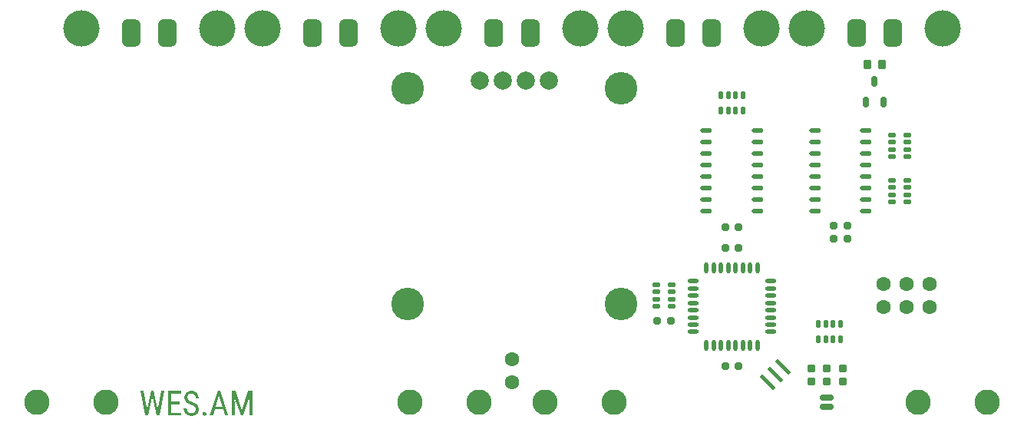
<source format=gts>
G04*
G04 #@! TF.GenerationSoftware,Altium Limited,Altium Designer,18.0.7 (293)*
G04*
G04 Layer_Color=8388736*
%FSLAX25Y25*%
%MOIN*%
G70*
G01*
G75*
G04:AMPARAMS|DCode=20|XSize=23.62mil|YSize=45.28mil|CornerRadius=5.91mil|HoleSize=0mil|Usage=FLASHONLY|Rotation=180.000|XOffset=0mil|YOffset=0mil|HoleType=Round|Shape=RoundedRectangle|*
%AMROUNDEDRECTD20*
21,1,0.02362,0.03347,0,0,180.0*
21,1,0.01181,0.04528,0,0,180.0*
1,1,0.01181,-0.00591,0.01673*
1,1,0.01181,0.00591,0.01673*
1,1,0.01181,0.00591,-0.01673*
1,1,0.01181,-0.00591,-0.01673*
%
%ADD20ROUNDEDRECTD20*%
G04:AMPARAMS|DCode=21|XSize=118.11mil|YSize=78.74mil|CornerRadius=19.68mil|HoleSize=0mil|Usage=FLASHONLY|Rotation=270.000|XOffset=0mil|YOffset=0mil|HoleType=Round|Shape=RoundedRectangle|*
%AMROUNDEDRECTD21*
21,1,0.11811,0.03937,0,0,270.0*
21,1,0.07874,0.07874,0,0,270.0*
1,1,0.03937,-0.01968,-0.03937*
1,1,0.03937,-0.01968,0.03937*
1,1,0.03937,0.01968,0.03937*
1,1,0.03937,0.01968,-0.03937*
%
%ADD21ROUNDEDRECTD21*%
G04:AMPARAMS|DCode=22|XSize=31.5mil|YSize=31.5mil|CornerRadius=7.87mil|HoleSize=0mil|Usage=FLASHONLY|Rotation=270.000|XOffset=0mil|YOffset=0mil|HoleType=Round|Shape=RoundedRectangle|*
%AMROUNDEDRECTD22*
21,1,0.03150,0.01575,0,0,270.0*
21,1,0.01575,0.03150,0,0,270.0*
1,1,0.01575,-0.00787,-0.00787*
1,1,0.01575,-0.00787,0.00787*
1,1,0.01575,0.00787,0.00787*
1,1,0.01575,0.00787,-0.00787*
%
%ADD22ROUNDEDRECTD22*%
G04:AMPARAMS|DCode=25|XSize=17.72mil|YSize=35.43mil|CornerRadius=4.43mil|HoleSize=0mil|Usage=FLASHONLY|Rotation=0.000|XOffset=0mil|YOffset=0mil|HoleType=Round|Shape=RoundedRectangle|*
%AMROUNDEDRECTD25*
21,1,0.01772,0.02657,0,0,0.0*
21,1,0.00886,0.03543,0,0,0.0*
1,1,0.00886,0.00443,-0.01329*
1,1,0.00886,-0.00443,-0.01329*
1,1,0.00886,-0.00443,0.01329*
1,1,0.00886,0.00443,0.01329*
%
%ADD25ROUNDEDRECTD25*%
G04:AMPARAMS|DCode=26|XSize=31.5mil|YSize=31.5mil|CornerRadius=4.72mil|HoleSize=0mil|Usage=FLASHONLY|Rotation=0.000|XOffset=0mil|YOffset=0mil|HoleType=Round|Shape=RoundedRectangle|*
%AMROUNDEDRECTD26*
21,1,0.03150,0.02205,0,0,0.0*
21,1,0.02205,0.03150,0,0,0.0*
1,1,0.00945,0.01102,-0.01102*
1,1,0.00945,-0.01102,-0.01102*
1,1,0.00945,-0.01102,0.01102*
1,1,0.00945,0.01102,0.01102*
%
%ADD26ROUNDEDRECTD26*%
G04:AMPARAMS|DCode=27|XSize=17.72mil|YSize=35.43mil|CornerRadius=4.43mil|HoleSize=0mil|Usage=FLASHONLY|Rotation=270.000|XOffset=0mil|YOffset=0mil|HoleType=Round|Shape=RoundedRectangle|*
%AMROUNDEDRECTD27*
21,1,0.01772,0.02657,0,0,270.0*
21,1,0.00886,0.03543,0,0,270.0*
1,1,0.00886,-0.01329,-0.00443*
1,1,0.00886,-0.01329,0.00443*
1,1,0.00886,0.01329,0.00443*
1,1,0.00886,0.01329,-0.00443*
%
%ADD27ROUNDEDRECTD27*%
%ADD28O,0.05118X0.02284*%
%ADD29O,0.01968X0.04724*%
%ADD30O,0.04724X0.01968*%
G04:AMPARAMS|DCode=31|XSize=39.37mil|YSize=35.43mil|CornerRadius=8.86mil|HoleSize=0mil|Usage=FLASHONLY|Rotation=270.000|XOffset=0mil|YOffset=0mil|HoleType=Round|Shape=RoundedRectangle|*
%AMROUNDEDRECTD31*
21,1,0.03937,0.01772,0,0,270.0*
21,1,0.02165,0.03543,0,0,270.0*
1,1,0.01772,-0.00886,-0.01083*
1,1,0.01772,-0.00886,0.01083*
1,1,0.01772,0.00886,0.01083*
1,1,0.01772,0.00886,-0.01083*
%
%ADD31ROUNDEDRECTD31*%
G04:AMPARAMS|DCode=32|XSize=15.75mil|YSize=82.68mil|CornerRadius=0mil|HoleSize=0mil|Usage=FLASHONLY|Rotation=225.000|XOffset=0mil|YOffset=0mil|HoleType=Round|Shape=Rectangle|*
%AMROTATEDRECTD32*
4,1,4,-0.02366,0.03480,0.03480,-0.02366,0.02366,-0.03480,-0.03480,0.02366,-0.02366,0.03480,0.0*
%
%ADD32ROTATEDRECTD32*%

G04:AMPARAMS|DCode=33|XSize=27.56mil|YSize=59.06mil|CornerRadius=6.89mil|HoleSize=0mil|Usage=FLASHONLY|Rotation=270.000|XOffset=0mil|YOffset=0mil|HoleType=Round|Shape=RoundedRectangle|*
%AMROUNDEDRECTD33*
21,1,0.02756,0.04528,0,0,270.0*
21,1,0.01378,0.05906,0,0,270.0*
1,1,0.01378,-0.02264,-0.00689*
1,1,0.01378,-0.02264,0.00689*
1,1,0.01378,0.02264,0.00689*
1,1,0.01378,0.02264,-0.00689*
%
%ADD33ROUNDEDRECTD33*%
%ADD34C,0.06299*%
%ADD35C,0.11024*%
%ADD36C,0.15748*%
%ADD37C,0.07874*%
%ADD38C,0.14173*%
G36*
X77652Y41322D02*
X77881Y41289D01*
X78144Y41240D01*
X78422Y41158D01*
X78701Y41060D01*
X78980Y40912D01*
X78996D01*
X79013Y40896D01*
X79095Y40830D01*
X79226Y40748D01*
X79390Y40617D01*
X79571Y40453D01*
X79751Y40256D01*
X79931Y40010D01*
X80095Y39748D01*
X80112Y39715D01*
X80161Y39617D01*
X80226Y39469D01*
X80292Y39272D01*
X80358Y39026D01*
X80423Y38747D01*
X80472Y38452D01*
X80489Y38124D01*
X79160D01*
Y38141D01*
Y38173D01*
Y38223D01*
Y38288D01*
X79144Y38469D01*
X79095Y38682D01*
X79046Y38928D01*
X78964Y39190D01*
X78849Y39436D01*
X78685Y39649D01*
X78668Y39666D01*
X78603Y39731D01*
X78488Y39813D01*
X78341Y39928D01*
X78144Y40027D01*
X77914Y40109D01*
X77635Y40174D01*
X77324Y40191D01*
X77192D01*
X77045Y40174D01*
X76864Y40141D01*
X76651Y40076D01*
X76438Y39994D01*
X76241Y39879D01*
X76061Y39731D01*
X76044Y39715D01*
X75995Y39649D01*
X75913Y39551D01*
X75848Y39403D01*
X75766Y39223D01*
X75684Y39010D01*
X75634Y38747D01*
X75618Y38469D01*
Y38436D01*
Y38354D01*
X75651Y38239D01*
X75684Y38075D01*
X75733Y37895D01*
X75815Y37714D01*
X75930Y37517D01*
X76094Y37337D01*
X76110Y37321D01*
X76192Y37255D01*
X76307Y37173D01*
X76471Y37058D01*
X76668Y36943D01*
X76930Y36812D01*
X77242Y36665D01*
X77586Y36533D01*
X77602D01*
X77652Y36517D01*
X77734Y36484D01*
X77849Y36435D01*
X77980Y36386D01*
X78127Y36320D01*
X78455Y36173D01*
X78833Y35992D01*
X79193Y35779D01*
X79538Y35533D01*
X79702Y35385D01*
X79833Y35254D01*
Y35238D01*
X79866Y35221D01*
X79899Y35172D01*
X79931Y35123D01*
X80046Y34959D01*
X80177Y34729D01*
X80292Y34434D01*
X80407Y34106D01*
X80472Y33713D01*
X80505Y33270D01*
Y33253D01*
Y33221D01*
Y33139D01*
X80489Y33057D01*
X80472Y32942D01*
X80456Y32827D01*
X80407Y32532D01*
X80309Y32204D01*
X80161Y31859D01*
X80063Y31679D01*
X79948Y31515D01*
X79817Y31351D01*
X79669Y31203D01*
X79653D01*
X79636Y31171D01*
X79587Y31138D01*
X79521Y31089D01*
X79439Y31023D01*
X79325Y30957D01*
X79210Y30892D01*
X79079Y30826D01*
X78914Y30744D01*
X78750Y30679D01*
X78357Y30547D01*
X77898Y30465D01*
X77652Y30449D01*
X77389Y30433D01*
X77225D01*
X77045Y30449D01*
X76832Y30482D01*
X76553Y30531D01*
X76274Y30597D01*
X75963Y30695D01*
X75667Y30826D01*
X75651D01*
X75634Y30843D01*
X75536Y30908D01*
X75405Y30990D01*
X75225Y31121D01*
X75028Y31285D01*
X74831Y31482D01*
X74618Y31695D01*
X74437Y31958D01*
Y31974D01*
X74421Y31991D01*
X74372Y32089D01*
X74290Y32237D01*
X74224Y32450D01*
X74142Y32696D01*
X74060Y32975D01*
X74011Y33303D01*
X73994Y33647D01*
X75339D01*
Y33631D01*
Y33598D01*
Y33549D01*
X75356Y33483D01*
X75372Y33303D01*
X75405Y33089D01*
X75471Y32843D01*
X75569Y32581D01*
X75700Y32351D01*
X75880Y32122D01*
X75913Y32105D01*
X75979Y32040D01*
X76110Y31958D01*
X76274Y31859D01*
X76487Y31745D01*
X76750Y31663D01*
X77045Y31597D01*
X77389Y31581D01*
X77537D01*
X77684Y31597D01*
X77881Y31630D01*
X78095Y31695D01*
X78308Y31761D01*
X78521Y31876D01*
X78701Y32023D01*
X78718Y32040D01*
X78767Y32105D01*
X78849Y32204D01*
X78931Y32351D01*
X79013Y32532D01*
X79095Y32729D01*
X79144Y32975D01*
X79160Y33253D01*
Y33270D01*
Y33286D01*
Y33385D01*
X79144Y33532D01*
X79111Y33713D01*
X79046Y33909D01*
X78980Y34106D01*
X78865Y34303D01*
X78718Y34467D01*
X78701Y34483D01*
X78636Y34533D01*
X78521Y34631D01*
X78357Y34729D01*
X78144Y34861D01*
X77881Y34992D01*
X77553Y35139D01*
X77356Y35221D01*
X77160Y35287D01*
X77143D01*
X77110Y35303D01*
X77061Y35336D01*
X76979Y35353D01*
X76881Y35402D01*
X76783Y35435D01*
X76537Y35549D01*
X76258Y35681D01*
X75963Y35828D01*
X75700Y35976D01*
X75454Y36140D01*
X75421Y36156D01*
X75356Y36222D01*
X75257Y36304D01*
X75126Y36435D01*
X74979Y36583D01*
X74831Y36747D01*
X74700Y36943D01*
X74568Y37140D01*
X74552Y37173D01*
X74519Y37239D01*
X74470Y37353D01*
X74421Y37517D01*
X74372Y37714D01*
X74322Y37927D01*
X74290Y38173D01*
X74273Y38436D01*
Y38452D01*
Y38485D01*
Y38551D01*
X74290Y38649D01*
X74306Y38747D01*
X74322Y38879D01*
X74372Y39174D01*
X74470Y39502D01*
X74634Y39846D01*
X74716Y40027D01*
X74831Y40191D01*
X74962Y40355D01*
X75110Y40519D01*
X75126Y40535D01*
X75143Y40551D01*
X75192Y40601D01*
X75257Y40650D01*
X75356Y40715D01*
X75454Y40781D01*
X75569Y40847D01*
X75700Y40929D01*
X76028Y41076D01*
X76405Y41207D01*
X76832Y41306D01*
X77078Y41322D01*
X77324Y41339D01*
X77488D01*
X77652Y41322D01*
D02*
G37*
G36*
X63466Y30580D02*
X62269D01*
X60497Y38305D01*
X60382Y38928D01*
X60268Y38305D01*
X58431Y30580D01*
X57217D01*
X55118Y41191D01*
X56446D01*
X57775Y33909D01*
X57906Y32729D01*
X58119Y33778D01*
X59825Y41191D01*
X60940D01*
X62580Y33778D01*
X62793Y32696D01*
X62941Y33926D01*
X64236Y41191D01*
X65581D01*
X63466Y30580D01*
D02*
G37*
G36*
X103744Y30580D02*
X102399D01*
Y34697D01*
X102531Y38846D01*
X99759Y30580D01*
X98726D01*
X95970Y38813D01*
X96102Y34697D01*
Y30580D01*
X94757D01*
Y41191D01*
X96479D01*
X99251Y32532D01*
X102022Y41191D01*
X103744D01*
Y30580D01*
D02*
G37*
G36*
X93314D02*
X91953D01*
X91116Y33352D01*
X87524D01*
X86704Y30580D01*
X85327D01*
X88754Y41191D01*
X89903D01*
X93314Y30580D01*
D02*
G37*
G36*
X72748Y40043D02*
X68451D01*
Y36632D01*
X72190D01*
Y35484D01*
X68451D01*
Y31728D01*
X72814D01*
Y30580D01*
X67106D01*
Y41191D01*
X72748D01*
Y40043D01*
D02*
G37*
G36*
X83129Y32089D02*
X83211Y32073D01*
X83310Y32040D01*
X83425Y32007D01*
X83523Y31941D01*
X83605Y31859D01*
X83621Y31843D01*
X83638Y31827D01*
X83671Y31761D01*
X83720Y31695D01*
X83802Y31515D01*
X83818Y31417D01*
X83834Y31285D01*
Y31269D01*
Y31236D01*
X83818Y31171D01*
X83802Y31089D01*
X83736Y30892D01*
X83687Y30810D01*
X83605Y30711D01*
X83588Y30695D01*
X83572Y30679D01*
X83523Y30646D01*
X83441Y30613D01*
X83359Y30564D01*
X83261Y30531D01*
X83129Y30515D01*
X82982Y30498D01*
X82916D01*
X82834Y30515D01*
X82752Y30531D01*
X82539Y30597D01*
X82441Y30646D01*
X82358Y30711D01*
X82342Y30728D01*
X82326Y30761D01*
X82293Y30810D01*
X82260Y30875D01*
X82178Y31056D01*
X82162Y31154D01*
X82145Y31285D01*
Y31302D01*
Y31351D01*
X82162Y31400D01*
X82178Y31482D01*
X82244Y31679D01*
X82293Y31777D01*
X82358Y31859D01*
X82375Y31876D01*
X82391Y31892D01*
X82441Y31941D01*
X82522Y31991D01*
X82604Y32023D01*
X82719Y32073D01*
X82834Y32089D01*
X82982Y32105D01*
X83047D01*
X83129Y32089D01*
D02*
G37*
%LPC*%
G36*
X89328Y39321D02*
X87885Y34500D01*
X90772D01*
X89328Y39321D01*
D02*
G37*
%LPD*%
D20*
X370276Y166831D02*
D03*
X377756D02*
D03*
X374016Y175689D02*
D03*
D21*
X366142Y196850D02*
D03*
X381890D02*
D03*
X287402D02*
D03*
X303150D02*
D03*
X208661D02*
D03*
X224410D02*
D03*
X129921D02*
D03*
X145669D02*
D03*
X51181D02*
D03*
X66929D02*
D03*
D22*
X356299Y107283D02*
D03*
X362205D02*
D03*
X356299Y113189D02*
D03*
X362205D02*
D03*
X285433Y71850D02*
D03*
X279528D02*
D03*
X309055Y52165D02*
D03*
X314961D02*
D03*
X309055Y112205D02*
D03*
X314961D02*
D03*
X309055Y103346D02*
D03*
X314961D02*
D03*
D25*
X349606Y70276D02*
D03*
X352756D02*
D03*
X355906D02*
D03*
X359055D02*
D03*
Y63583D02*
D03*
X355906D02*
D03*
X352756D02*
D03*
X349606D02*
D03*
X307283Y162992D02*
D03*
X310433D02*
D03*
X313583D02*
D03*
X316732D02*
D03*
Y169685D02*
D03*
X313583D02*
D03*
X310433D02*
D03*
X307283D02*
D03*
D26*
X360236Y45276D02*
D03*
Y51181D02*
D03*
X353346Y45276D02*
D03*
Y51181D02*
D03*
X346457Y45276D02*
D03*
Y51181D02*
D03*
D27*
X388189Y152362D02*
D03*
Y149212D02*
D03*
Y146062D02*
D03*
Y142913D02*
D03*
X381496D02*
D03*
Y146062D02*
D03*
Y149212D02*
D03*
Y152362D02*
D03*
X388189Y132676D02*
D03*
Y129527D02*
D03*
Y126377D02*
D03*
Y123228D02*
D03*
X381496D02*
D03*
Y126377D02*
D03*
Y129527D02*
D03*
Y132676D02*
D03*
X285827Y77953D02*
D03*
Y81102D02*
D03*
Y84252D02*
D03*
Y87402D02*
D03*
X279134D02*
D03*
Y84252D02*
D03*
Y81102D02*
D03*
Y77953D02*
D03*
D28*
X370276Y154311D02*
D03*
Y149311D02*
D03*
Y144311D02*
D03*
Y139311D02*
D03*
Y119311D02*
D03*
Y124311D02*
D03*
Y129311D02*
D03*
Y134311D02*
D03*
X348228D02*
D03*
Y129311D02*
D03*
Y124311D02*
D03*
Y119311D02*
D03*
Y139311D02*
D03*
Y144311D02*
D03*
Y149311D02*
D03*
Y154311D02*
D03*
X300984Y154311D02*
D03*
Y149311D02*
D03*
Y144311D02*
D03*
Y139311D02*
D03*
Y119311D02*
D03*
Y124311D02*
D03*
Y129311D02*
D03*
Y134311D02*
D03*
X323031D02*
D03*
Y129311D02*
D03*
Y124311D02*
D03*
Y119311D02*
D03*
Y139311D02*
D03*
Y144311D02*
D03*
Y149311D02*
D03*
Y154311D02*
D03*
D29*
X300984Y61171D02*
D03*
X304134D02*
D03*
X307283D02*
D03*
X310433D02*
D03*
X313583D02*
D03*
X316732D02*
D03*
X319882D02*
D03*
X323031D02*
D03*
Y94636D02*
D03*
X319882D02*
D03*
X316732D02*
D03*
X313583D02*
D03*
X310433D02*
D03*
X307283D02*
D03*
X304134D02*
D03*
X300984D02*
D03*
D30*
X328740Y66880D02*
D03*
Y70029D02*
D03*
Y73179D02*
D03*
Y76329D02*
D03*
Y79478D02*
D03*
Y82628D02*
D03*
Y85777D02*
D03*
Y88927D02*
D03*
X295276D02*
D03*
Y85777D02*
D03*
Y82628D02*
D03*
Y79478D02*
D03*
Y76329D02*
D03*
Y73179D02*
D03*
Y70029D02*
D03*
Y66880D02*
D03*
D31*
X377165Y183071D02*
D03*
X370866D02*
D03*
D32*
X327368Y44888D02*
D03*
X330709Y48228D02*
D03*
X334049Y51569D02*
D03*
D33*
X353346Y38386D02*
D03*
Y34449D02*
D03*
D34*
X216535Y54882D02*
D03*
Y44882D02*
D03*
X397795Y87677D02*
D03*
Y77677D02*
D03*
X387795D02*
D03*
Y87677D02*
D03*
X377795D02*
D03*
Y77677D02*
D03*
D35*
X422776Y36417D02*
D03*
X392776D02*
D03*
X230768D02*
D03*
X260768D02*
D03*
X202303D02*
D03*
X172303D02*
D03*
X10295D02*
D03*
X40295D02*
D03*
D36*
X344488Y198819D02*
D03*
X403543D02*
D03*
X265748D02*
D03*
X324803D02*
D03*
X187008D02*
D03*
X246063D02*
D03*
X108268D02*
D03*
X167323D02*
D03*
X29528D02*
D03*
X88583D02*
D03*
D37*
X232520Y175984D02*
D03*
X222520D02*
D03*
X202520D02*
D03*
X212520D02*
D03*
D38*
X171260Y172835D02*
D03*
X263779D02*
D03*
Y79134D02*
D03*
X171260D02*
D03*
M02*

</source>
